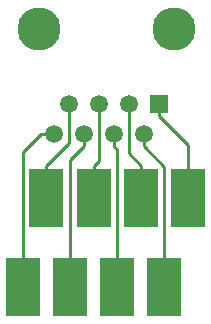
<source format=gbr>
G04 #@! TF.GenerationSoftware,KiCad,Pcbnew,(5.1.4)-1*
G04 #@! TF.CreationDate,2021-01-17T19:38:40-03:30*
G04 #@! TF.ProjectId,Eth_Breakout,4574685f-4272-4656-916b-6f75742e6b69,V1.0*
G04 #@! TF.SameCoordinates,Original*
G04 #@! TF.FileFunction,Copper,L1,Top*
G04 #@! TF.FilePolarity,Positive*
%FSLAX46Y46*%
G04 Gerber Fmt 4.6, Leading zero omitted, Abs format (unit mm)*
G04 Created by KiCad (PCBNEW (5.1.4)-1) date 2021-01-17 19:38:40*
%MOMM*%
%LPD*%
G04 APERTURE LIST*
%ADD10C,1.500000*%
%ADD11R,1.500000X1.500000*%
%ADD12C,3.650000*%
%ADD13R,3.000000X5.000000*%
%ADD14C,0.254000*%
G04 APERTURE END LIST*
D10*
X54860000Y-133790000D03*
X56130000Y-131250000D03*
X57400000Y-133790000D03*
X58670000Y-131250000D03*
X59940000Y-133790000D03*
X61210000Y-131250000D03*
X62480000Y-133790000D03*
D11*
X63750000Y-131250000D03*
D12*
X65020000Y-124900000D03*
X53590000Y-124900000D03*
D13*
X54250000Y-139250000D03*
X58250000Y-139250000D03*
X62250000Y-139250000D03*
X66250000Y-139250000D03*
X52250000Y-146750000D03*
X56250000Y-146750000D03*
X60250000Y-146750000D03*
X64250000Y-146750000D03*
D14*
X52250000Y-143996000D02*
X52250000Y-146750000D01*
X52250000Y-135339340D02*
X52250000Y-143996000D01*
X54860000Y-133790000D02*
X53799340Y-133790000D01*
X53799340Y-133790000D02*
X52250000Y-135339340D01*
X56130000Y-132310660D02*
X56130000Y-131250000D01*
X56130000Y-134616000D02*
X56130000Y-132310660D01*
X54250000Y-136496000D02*
X56130000Y-134616000D01*
X54250000Y-139250000D02*
X54250000Y-136496000D01*
X56250000Y-136000660D02*
X56250000Y-143996000D01*
X56250000Y-143996000D02*
X56250000Y-146750000D01*
X57400000Y-134850660D02*
X56250000Y-136000660D01*
X57400000Y-133790000D02*
X57400000Y-134850660D01*
X58670000Y-132310660D02*
X58670000Y-131250000D01*
X58670000Y-136076000D02*
X58670000Y-132310660D01*
X58250000Y-136496000D02*
X58670000Y-136076000D01*
X58250000Y-139250000D02*
X58250000Y-136496000D01*
X60250000Y-143996000D02*
X60250000Y-146750000D01*
X60250000Y-135160660D02*
X60250000Y-143996000D01*
X59940000Y-134850660D02*
X60250000Y-135160660D01*
X59940000Y-133790000D02*
X59940000Y-134850660D01*
X61210000Y-132310660D02*
X61210000Y-131250000D01*
X61210000Y-135456000D02*
X61210000Y-132310660D01*
X62250000Y-136496000D02*
X61210000Y-135456000D01*
X62250000Y-139250000D02*
X62250000Y-136496000D01*
X64250000Y-137000000D02*
X64250000Y-146750000D01*
X64250000Y-136620660D02*
X64250000Y-137000000D01*
X62480000Y-133790000D02*
X62480000Y-134850660D01*
X62480000Y-134850660D02*
X64250000Y-136620660D01*
X66250000Y-136496000D02*
X66250000Y-139250000D01*
X66250000Y-134754000D02*
X66250000Y-136496000D01*
X63750000Y-132254000D02*
X66250000Y-134754000D01*
X63750000Y-131250000D02*
X63750000Y-132254000D01*
M02*

</source>
